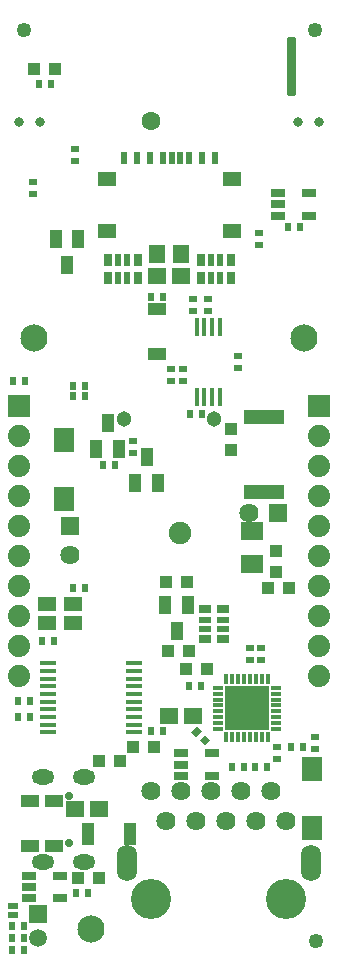
<source format=gbr>
G04 #@! TF.GenerationSoftware,KiCad,Pcbnew,5.1.6-c6e7f7d~87~ubuntu18.04.1*
G04 #@! TF.CreationDate,2022-07-26T15:18:22+03:00*
G04 #@! TF.ProjectId,ESP32-PoE_Rev_K,45535033-322d-4506-9f45-5f5265765f4b,K*
G04 #@! TF.SameCoordinates,Original*
G04 #@! TF.FileFunction,Soldermask,Bot*
G04 #@! TF.FilePolarity,Negative*
%FSLAX46Y46*%
G04 Gerber Fmt 4.6, Leading zero omitted, Abs format (unit mm)*
G04 Created by KiCad (PCBNEW 5.1.6-c6e7f7d~87~ubuntu18.04.1) date 2022-07-26 15:18:22*
%MOMM*%
%LPD*%
G01*
G04 APERTURE LIST*
%ADD10R,1.117600X1.117600*%
%ADD11R,3.501601X1.301600*%
%ADD12R,0.451600X1.601600*%
%ADD13R,1.625600X1.625600*%
%ADD14C,1.625600*%
%ADD15R,1.625600X1.371600*%
%ADD16R,1.501600X1.101600*%
%ADD17R,1.301600X0.651600*%
%ADD18R,0.601600X0.651600*%
%ADD19C,0.801600*%
%ADD20R,1.101600X1.501600*%
%ADD21O,1.701600X3.101599*%
%ADD22C,3.401601*%
%ADD23R,3.701600X3.701600*%
%ADD24R,0.501600X0.501600*%
%ADD25R,1.524000X1.524000*%
%ADD26R,0.351600X0.901600*%
%ADD27R,0.901600X0.351600*%
%ADD28R,1.371600X1.625600*%
%ADD29C,1.254000*%
%ADD30R,0.651600X0.601600*%
%ADD31C,0.100000*%
%ADD32C,1.879600*%
%ADD33R,1.879600X1.879600*%
%ADD34R,1.371600X0.426600*%
%ADD35R,1.801600X2.101600*%
%ADD36R,1.117600X1.879600*%
%ADD37R,0.601600X1.101600*%
%ADD38R,1.601600X1.301600*%
%ADD39C,0.701600*%
%ADD40O,1.901600X1.301600*%
%ADD41R,1.117600X0.482600*%
%ADD42R,1.117600X0.736600*%
%ADD43R,0.482600X1.117600*%
%ADD44R,0.736600X1.117600*%
%ADD45C,1.301600*%
%ADD46R,1.501600X1.301600*%
%ADD47R,0.863600X0.609600*%
%ADD48R,1.879600X1.625600*%
%ADD49C,1.901600*%
%ADD50C,1.601600*%
%ADD51C,2.301600*%
%ADD52R,1.501600X1.501600*%
%ADD53C,1.501600*%
%ADD54C,0.254000*%
G04 APERTURE END LIST*
D10*
X113157000Y-137287000D03*
X113157000Y-135509000D03*
D11*
X112141000Y-124205200D03*
X112141000Y-130505200D03*
D12*
X106467000Y-116557000D03*
X107117000Y-116557000D03*
X107767000Y-116557000D03*
X108417000Y-116557000D03*
X108417000Y-122457000D03*
X107767000Y-122457000D03*
X107117000Y-122457000D03*
X106467000Y-122457000D03*
D13*
X113391000Y-132334000D03*
D14*
X110891000Y-132334000D03*
D15*
X96139000Y-157353000D03*
X98171000Y-157353000D03*
D16*
X92329000Y-156723000D03*
X92329000Y-160523000D03*
D17*
X105126000Y-154559000D03*
X105126000Y-153609000D03*
X105126000Y-152659000D03*
X107726000Y-154559000D03*
X107726000Y-152659000D03*
D18*
X112395000Y-153797000D03*
X111379000Y-153797000D03*
D16*
X103124000Y-115067000D03*
X103124000Y-118867000D03*
D19*
X115059000Y-99187000D03*
X116859000Y-99187000D03*
X91421000Y-99187000D03*
X93221000Y-99187000D03*
D10*
X98171000Y-153289000D03*
X99949000Y-153289000D03*
D20*
X102237540Y-127548640D03*
X101282500Y-129758440D03*
X103184960Y-129758440D03*
X98933000Y-124714000D03*
X97977960Y-126923800D03*
X99880420Y-126923800D03*
X94554040Y-109128560D03*
X96456500Y-109128560D03*
X95501460Y-111338360D03*
D15*
X103124000Y-112268000D03*
X105156000Y-112268000D03*
D20*
X103825040Y-140116560D03*
X105727500Y-140116560D03*
X104772460Y-142326360D03*
D14*
X102616000Y-155806000D03*
X103886000Y-158346000D03*
X105156000Y-155806000D03*
X106426000Y-158346000D03*
X107696000Y-155806000D03*
X108966000Y-158346000D03*
X110236000Y-155806000D03*
X111506000Y-158346000D03*
X112776000Y-155806000D03*
X114046000Y-158346000D03*
D21*
X100531000Y-161946000D03*
X116131000Y-161946000D03*
D22*
X102616000Y-164996000D03*
X114046000Y-164996000D03*
D23*
X110744000Y-148844000D03*
D24*
X112044000Y-149344000D03*
X112044000Y-148344000D03*
X111244000Y-147544000D03*
X110244000Y-147544000D03*
X109444000Y-148344000D03*
X109444000Y-149344000D03*
X110244000Y-150144000D03*
X111244000Y-150144000D03*
D25*
X110744000Y-148844000D03*
D26*
X108994000Y-151294000D03*
X109494000Y-151294000D03*
X109994000Y-151294000D03*
X110494000Y-151294000D03*
X110994000Y-151294000D03*
X111494000Y-151294000D03*
X111994000Y-151294000D03*
X112494000Y-151294000D03*
D27*
X113194000Y-150594000D03*
X113194000Y-150094000D03*
X113194000Y-149594000D03*
X113194000Y-149094000D03*
X113194000Y-148594000D03*
X113194000Y-148094000D03*
X113194000Y-147594000D03*
X113194000Y-147094000D03*
D26*
X112494000Y-146394000D03*
X111994000Y-146394000D03*
X111494000Y-146394000D03*
X110994000Y-146394000D03*
X110494000Y-146394000D03*
X109994000Y-146394000D03*
X109494000Y-146394000D03*
X108994000Y-146394000D03*
D27*
X108294000Y-147094000D03*
X108294000Y-147594000D03*
X108294000Y-148094000D03*
X108294000Y-148594000D03*
X108294000Y-149094000D03*
X108294000Y-149594000D03*
X108294000Y-150094000D03*
X108294000Y-150594000D03*
D18*
X103632000Y-150749000D03*
X102616000Y-150749000D03*
D10*
X102870000Y-152146000D03*
X101092000Y-152146000D03*
D18*
X91821000Y-168275000D03*
X90805000Y-168275000D03*
X90805000Y-167259000D03*
X91821000Y-167259000D03*
D16*
X94361000Y-160523000D03*
X94361000Y-156723000D03*
D18*
X91821000Y-169291000D03*
X90805000Y-169291000D03*
X93091000Y-96012000D03*
X94107000Y-96012000D03*
X97282000Y-164465000D03*
X96266000Y-164465000D03*
D17*
X92299000Y-164907000D03*
X92299000Y-163957000D03*
X92299000Y-163007000D03*
X94899000Y-164907000D03*
X94899000Y-163007000D03*
D18*
X96012000Y-121539000D03*
X97028000Y-121539000D03*
D10*
X103886000Y-138176000D03*
X105664000Y-138176000D03*
D28*
X103124000Y-110363000D03*
X105156000Y-110363000D03*
D29*
X116586000Y-168529000D03*
X116459000Y-91440000D03*
X91821000Y-91440000D03*
D30*
X110998000Y-143764000D03*
X110998000Y-144780000D03*
D18*
X105791000Y-146939000D03*
X106807000Y-146939000D03*
D30*
X113284000Y-152146000D03*
X113284000Y-153162000D03*
X92583000Y-104267000D03*
X92583000Y-105283000D03*
X111760000Y-108585000D03*
X111760000Y-109601000D03*
X104267000Y-121158000D03*
X104267000Y-120142000D03*
D31*
G36*
X106912653Y-150774902D02*
G01*
X106451902Y-151235653D01*
X106026507Y-150810258D01*
X106487258Y-150349507D01*
X106912653Y-150774902D01*
G37*
G36*
X106744927Y-151528678D02*
G01*
X107205678Y-151067927D01*
X107631073Y-151493322D01*
X107170322Y-151954073D01*
X106744927Y-151528678D01*
G37*
D30*
X116459000Y-151257000D03*
X116459000Y-152273000D03*
D18*
X115443000Y-152146000D03*
X114427000Y-152146000D03*
X97028000Y-122428000D03*
X96012000Y-122428000D03*
X91948000Y-121158000D03*
X90932000Y-121158000D03*
X91313000Y-148209000D03*
X92329000Y-148209000D03*
X91313000Y-149606000D03*
X92329000Y-149606000D03*
D32*
X116840000Y-130840000D03*
X116840000Y-128300000D03*
X116840000Y-125760000D03*
D33*
X116840000Y-123220000D03*
D32*
X116840000Y-133380000D03*
X116840000Y-135920000D03*
X116840000Y-141000000D03*
X116840000Y-138460000D03*
X116840000Y-143540000D03*
X116840000Y-146080000D03*
X91440000Y-130840000D03*
X91440000Y-128300000D03*
X91440000Y-125760000D03*
D33*
X91440000Y-123220000D03*
D32*
X91440000Y-133380000D03*
X91440000Y-135920000D03*
X91440000Y-141000000D03*
X91440000Y-138460000D03*
X91440000Y-143540000D03*
X91440000Y-146080000D03*
D10*
X98171000Y-163195000D03*
X96393000Y-163195000D03*
D34*
X93916500Y-150880000D03*
X93916500Y-150230000D03*
X93916500Y-149580000D03*
X93916500Y-148930000D03*
X93916500Y-148280000D03*
X93916500Y-147630000D03*
X93916500Y-146980000D03*
X93916500Y-146330000D03*
X93916500Y-145680000D03*
X93916500Y-145030000D03*
X101155500Y-145030000D03*
X101155500Y-145680000D03*
X101155500Y-146330000D03*
X101155500Y-146980000D03*
X101155500Y-147630000D03*
X101155500Y-148280000D03*
X101155500Y-148930000D03*
X101155500Y-149580000D03*
X101155500Y-150230000D03*
X101155500Y-150880000D03*
D35*
X95250000Y-126151000D03*
X95250000Y-131151000D03*
D36*
X100838000Y-159512000D03*
X97282000Y-159512000D03*
D37*
X100290000Y-102237000D03*
X101390000Y-102237000D03*
X102490000Y-102237000D03*
X103590000Y-102237000D03*
X104340000Y-102237000D03*
X105040000Y-102237000D03*
X105790000Y-102237000D03*
X106890000Y-102237000D03*
X107990000Y-102237000D03*
D38*
X109440000Y-103987000D03*
X98840000Y-103987000D03*
X109440000Y-108437000D03*
X98840000Y-108437000D03*
D10*
X105537000Y-145542000D03*
X107315000Y-145542000D03*
X105791000Y-144018000D03*
X104013000Y-144018000D03*
D39*
X95626000Y-156242000D03*
X95626000Y-160242000D03*
D40*
X93476000Y-154642000D03*
X96946000Y-154642000D03*
X96946000Y-161842000D03*
X93476000Y-161842000D03*
D41*
X107188000Y-141351000D03*
X107188000Y-142113000D03*
X108712000Y-141351000D03*
X108712000Y-142113000D03*
D42*
X107188000Y-140462000D03*
X108712000Y-140462000D03*
X107188000Y-143002000D03*
X108712000Y-143002000D03*
D43*
X100584000Y-110871000D03*
X99822000Y-110871000D03*
X100584000Y-112395000D03*
X99822000Y-112395000D03*
D44*
X101473000Y-110871000D03*
X101473000Y-112395000D03*
X98933000Y-110871000D03*
X98933000Y-112395000D03*
D15*
X104140000Y-149479000D03*
X106172000Y-149479000D03*
D18*
X93345000Y-143129000D03*
X94361000Y-143129000D03*
X103632000Y-114046000D03*
X102616000Y-114046000D03*
X99568000Y-128270000D03*
X98552000Y-128270000D03*
D30*
X101092000Y-126238000D03*
X101092000Y-127254000D03*
D43*
X108458000Y-110871000D03*
X107696000Y-110871000D03*
X108458000Y-112395000D03*
X107696000Y-112395000D03*
D44*
X109347000Y-110871000D03*
X109347000Y-112395000D03*
X106807000Y-110871000D03*
X106807000Y-112395000D03*
D45*
X107950000Y-124333000D03*
X100330000Y-124333000D03*
D18*
X96012000Y-138684000D03*
X97028000Y-138684000D03*
D46*
X95969000Y-140043000D03*
X93769000Y-141643000D03*
X93769000Y-140043000D03*
X95969000Y-141643000D03*
D47*
X90932000Y-166370000D03*
X90932000Y-165608000D03*
D10*
X92710000Y-94742000D03*
X94488000Y-94742000D03*
D18*
X110490000Y-153797000D03*
X109474000Y-153797000D03*
D35*
X116205000Y-153964000D03*
X116205000Y-158964000D03*
D30*
X105283000Y-120142000D03*
X105283000Y-121158000D03*
X106172000Y-114173000D03*
X106172000Y-115189000D03*
X107442000Y-114173000D03*
X107442000Y-115189000D03*
D48*
X111125000Y-136652000D03*
X111125000Y-133858000D03*
D49*
X105029000Y-133985000D03*
D14*
X95758000Y-135870000D03*
D13*
X95758000Y-133370000D03*
D10*
X109347000Y-127000000D03*
X109347000Y-125222000D03*
D30*
X111887000Y-144780000D03*
X111887000Y-143764000D03*
D10*
X114300000Y-138684000D03*
X112522000Y-138684000D03*
D50*
X102640000Y-99108000D03*
D18*
X114173000Y-108077000D03*
X115189000Y-108077000D03*
D51*
X92710000Y-117475000D03*
X115570000Y-117475000D03*
X97536000Y-167513000D03*
D30*
X96139000Y-101473000D03*
X96139000Y-102489000D03*
D17*
X115980999Y-105222000D03*
X115980999Y-107122000D03*
X113380999Y-105222000D03*
X113380999Y-106172000D03*
X113380999Y-107122000D03*
D52*
X93070680Y-166230300D03*
D53*
X93073220Y-168259760D03*
D18*
X105918000Y-123952000D03*
X106934000Y-123952000D03*
D30*
X109982000Y-118999000D03*
X109982000Y-120015000D03*
D54*
G36*
X114681000Y-96837500D02*
G01*
X114173000Y-96837500D01*
X114173000Y-92075000D01*
X114681000Y-92075000D01*
X114681000Y-96837500D01*
G37*
X114681000Y-96837500D02*
X114173000Y-96837500D01*
X114173000Y-92075000D01*
X114681000Y-92075000D01*
X114681000Y-96837500D01*
M02*

</source>
